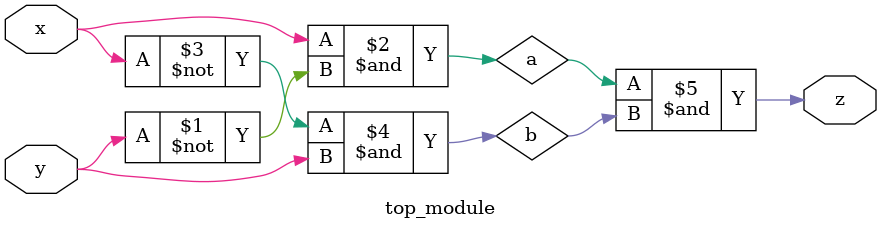
<source format=sv>
module top_module(
	input x,
	input y,
	output reg z);
	
	wire a, b;

	assign a = x & ~y; // Using bitwise AND and bitwise NOT for gate 1
	assign b = ~x & y; // Using bitwise NOT and bitwise AND for gate 2
	assign z = a & b; // Using bitwise AND for gate 3

endmodule

</source>
